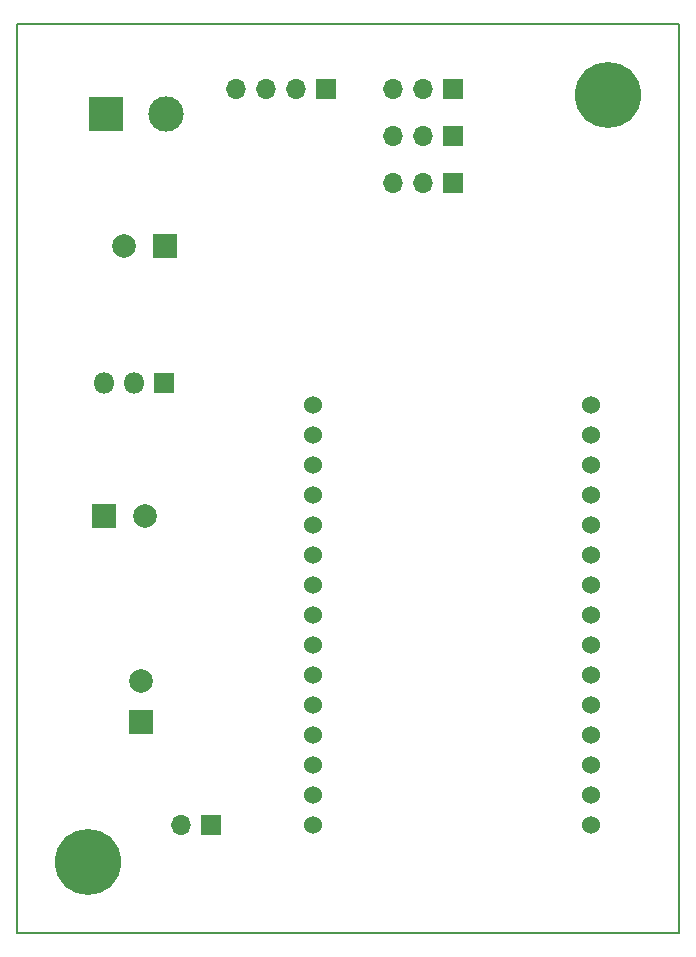
<source format=gbr>
%TF.GenerationSoftware,KiCad,Pcbnew,(5.1.9)-1*%
%TF.CreationDate,2021-12-22T12:25:31+01:00*%
%TF.ProjectId,led_unterm_bett,6c65645f-756e-4746-9572-6d5f62657474,v1r1*%
%TF.SameCoordinates,Original*%
%TF.FileFunction,Soldermask,Top*%
%TF.FilePolarity,Negative*%
%FSLAX46Y46*%
G04 Gerber Fmt 4.6, Leading zero omitted, Abs format (unit mm)*
G04 Created by KiCad (PCBNEW (5.1.9)-1) date 2021-12-22 12:25:31*
%MOMM*%
%LPD*%
G01*
G04 APERTURE LIST*
%TA.AperFunction,Profile*%
%ADD10C,0.150000*%
%TD*%
%ADD11C,5.600000*%
%ADD12R,2.000000X2.000000*%
%ADD13C,2.000000*%
%ADD14R,3.000000X3.000000*%
%ADD15C,3.000000*%
%ADD16R,1.800000X1.800000*%
%ADD17O,1.800000X1.800000*%
%ADD18R,1.700000X1.700000*%
%ADD19O,1.700000X1.700000*%
%ADD20C,1.524000*%
G04 APERTURE END LIST*
D10*
X173000000Y-136000000D02*
X117000000Y-136000000D01*
X173000000Y-59000000D02*
X173000000Y-136000000D01*
X117000000Y-59000000D02*
X173000000Y-59000000D01*
X117000000Y-136000000D02*
X117000000Y-59000000D01*
X173000000Y-136000000D02*
X117000000Y-136000000D01*
X173000000Y-59000000D02*
X173000000Y-136000000D01*
X117000000Y-59000000D02*
X173000000Y-59000000D01*
X117000000Y-136000000D02*
X117000000Y-59000000D01*
D11*
%TO.C,REF\u002A\u002A*%
X123000000Y-130000000D03*
%TD*%
%TO.C,REF\u002A\u002A*%
X167000000Y-65000000D03*
%TD*%
D12*
%TO.C,C6*%
X129500000Y-77800000D03*
D13*
X126000000Y-77800000D03*
%TD*%
D12*
%TO.C,C7*%
X124300000Y-100700000D03*
D13*
X127800000Y-100700000D03*
%TD*%
D12*
%TO.C,C8*%
X127500000Y-118100000D03*
D13*
X127500000Y-114600000D03*
%TD*%
D14*
%TO.C,J5*%
X124500000Y-66600000D03*
D15*
X129580000Y-66600000D03*
%TD*%
D16*
%TO.C,U2*%
X129400000Y-89400000D03*
D17*
X126860000Y-89400000D03*
X124320000Y-89400000D03*
%TD*%
D18*
%TO.C,J1*%
X153900000Y-72500000D03*
D19*
X151360000Y-72500000D03*
X148820000Y-72500000D03*
%TD*%
D18*
%TO.C,J2*%
X153900000Y-68500000D03*
D19*
X151360000Y-68500000D03*
X148820000Y-68500000D03*
%TD*%
D18*
%TO.C,J3*%
X153900000Y-64500000D03*
D19*
X151360000Y-64500000D03*
X148820000Y-64500000D03*
%TD*%
D18*
%TO.C,J4*%
X133400000Y-126800000D03*
D19*
X130860000Y-126800000D03*
%TD*%
D18*
%TO.C,J6*%
X143100000Y-64500000D03*
D19*
X140560000Y-64500000D03*
X138020000Y-64500000D03*
X135480000Y-64500000D03*
%TD*%
D20*
%TO.C,U1*%
X142035000Y-91250000D03*
X142035000Y-93790000D03*
X142035000Y-96330000D03*
X142035000Y-98870000D03*
X142035000Y-101410000D03*
X142035000Y-103950000D03*
X142035000Y-106490000D03*
X142035000Y-109030000D03*
X142035000Y-111570000D03*
X142035000Y-114110000D03*
X142035000Y-116650000D03*
X142035000Y-119190000D03*
X142035000Y-121730000D03*
X142035000Y-124270000D03*
X142035000Y-126810000D03*
X165530000Y-126810000D03*
X165530000Y-124270000D03*
X165530000Y-121730000D03*
X165530000Y-119190000D03*
X165530000Y-116650000D03*
X165530000Y-114110000D03*
X165530000Y-111570000D03*
X165530000Y-109030000D03*
X165530000Y-106490000D03*
X165530000Y-103950000D03*
X165530000Y-101410000D03*
X165530000Y-98870000D03*
X165530000Y-96330000D03*
X165530000Y-93790000D03*
X165530000Y-91250000D03*
%TD*%
M02*

</source>
